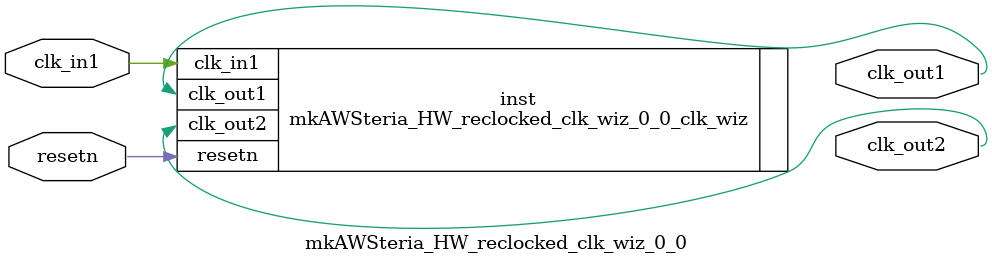
<source format=v>


`timescale 1ps/1ps

(* CORE_GENERATION_INFO = "mkAWSteria_HW_reclocked_clk_wiz_0_0,clk_wiz_v6_0_3_0_0,{component_name=mkAWSteria_HW_reclocked_clk_wiz_0_0,use_phase_alignment=false,use_min_o_jitter=false,use_max_i_jitter=false,use_dyn_phase_shift=false,use_inclk_switchover=false,use_dyn_reconfig=false,enable_axi=0,feedback_source=FDBK_AUTO,PRIMITIVE=MMCM,num_out_clk=2,clkin1_period=4.000,clkin2_period=10.0,use_power_down=false,use_reset=true,use_locked=false,use_inclk_stopped=false,feedback_type=SINGLE,CLOCK_MGR_TYPE=NA,manual_override=false}" *)

module mkAWSteria_HW_reclocked_clk_wiz_0_0 
 (
  // Clock out ports
  output        clk_out1,
  output        clk_out2,
  // Status and control signals
  input         resetn,
 // Clock in ports
  input         clk_in1
 );

  mkAWSteria_HW_reclocked_clk_wiz_0_0_clk_wiz inst
  (
  // Clock out ports  
  .clk_out1(clk_out1),
  .clk_out2(clk_out2),
  // Status and control signals               
  .resetn(resetn), 
 // Clock in ports
  .clk_in1(clk_in1)
  );

endmodule

</source>
